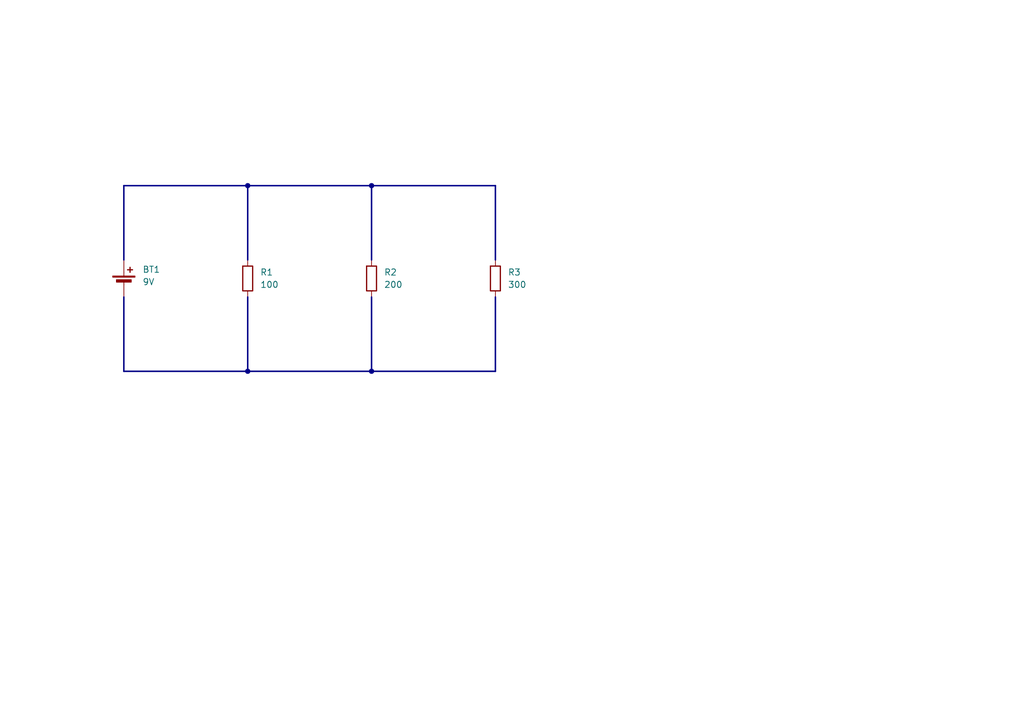
<source format=kicad_sch>
(kicad_sch (version 20250114) (generator "eeschema") (generator_version "9.0")
  (paper "A5")
  (lib_symbols
    (symbol "Device:Battery_Cell" (pin_numbers (hide yes)) (pin_names (offset 0) (hide yes))
      (property "Reference" "BT" (at 2.54 2.54 0))
      (property "Value" "Battery_Cell" (at 2.54 0 0))
      (symbol "Battery_Cell_0_1"
        (rectangle (start -2.286 1.778) (end 2.286 1.524) (fill (type outline)))
        (rectangle (start -1.524 1.016) (end 1.524 0.508) (fill (type outline)))
        (polyline (pts (xy 0 1.778) (xy 0 2.54)))
        (polyline (pts (xy 0 0.762) (xy 0 0)))
        (polyline (pts (xy 0.762 3.048) (xy 1.778 3.048)) (stroke (width 0.254)))
        (polyline (pts (xy 1.27 3.556) (xy 1.27 2.54)) (stroke (width 0.254)))
      )
      (symbol "Battery_Cell_1_1"
        (pin passive line (at 0 5.08 270) (length 2.54) (name "+") (number "1"))
        (pin passive line (at 0 -2.54 90) (length 2.54) (name "-") (number "2"))
      )
    )
    (symbol "Device:R" (pin_numbers (hide yes)) (pin_names (offset 0))
      (property "Reference" "R" (at 2.032 0 90))
      (property "Value" "R" (at 0 0 90))
      (symbol "R_0_1"
        (rectangle (start -1.016 -2.54) (end 1.016 2.54) (stroke (width 0.254)))
      )
      (symbol "R_1_1"
        (pin passive line (at 0 3.81 270) (length 1.27) (name "~") (number "1"))
        (pin passive line (at 0 -3.81 90) (length 1.27) (name "~") (number "2"))
      )
    )
  )
  (junction (at 76.2 38.1))
  (junction (at 76.2 76.2))
  (junction (at 50.8 38.1))
  (junction (at 50.8 76.2))
  (bus (pts (xy 101.6 38.1) (xy 101.6 53.34)))
  (bus (pts (xy 50.8 38.1) (xy 50.8 53.34)))
  (bus (pts (xy 25.4 60.96) (xy 25.4 76.2)))
  (bus (pts (xy 76.2 38.1) (xy 101.6 38.1)))
  (bus (pts (xy 25.4 53.34) (xy 25.4 38.1)))
  (bus (pts (xy 50.8 76.2) (xy 25.4 76.2)))
  (bus (pts (xy 76.2 76.2) (xy 101.6 76.2)))
  (bus (pts (xy 76.2 38.1) (xy 76.2 53.34)))
  (bus (pts (xy 76.2 60.96) (xy 76.2 76.2)))
  (bus (pts (xy 50.8 76.2) (xy 76.2 76.2)))
  (bus (pts (xy 50.8 60.96) (xy 50.8 76.2)))
  (bus (pts (xy 50.8 38.1) (xy 76.2 38.1)))
  (bus (pts (xy 101.6 60.96) (xy 101.6 76.2)))
  (bus (pts (xy 25.4 38.1) (xy 50.8 38.1)))
  (symbol (lib_id "Device:R") (at 50.8 57.15 0) (unit 1)
    (property "Reference" "R1" (at 53.34 55.8799 0) (effects (justify left)))
    (property "Value" "100" (at 53.34 58.4199 0) (effects (justify left)))
    (property "Description" "Resistor" (effects (hide yes)))
  )
  (symbol (lib_id "Device:Battery_Cell") (at 25.4 58.42 0) (unit 1)
    (property "Reference" "BT1" (at 29.21 55.3084 0) (effects (justify left)))
    (property "Value" "9V" (at 29.21 57.8484 0) (effects (justify left)))
    (property "Description" "Single-cell battery" (effects (hide yes)))
  )
  (symbol (lib_id "Device:R") (at 101.6 57.15 0) (unit 1)
    (property "Reference" "R3" (at 104.14 55.8799 0) (effects (justify left)))
    (property "Value" "300" (at 104.14 58.4199 0) (effects (justify left)))
    (property "Description" "Resistor" (effects (hide yes)))
  )
  (symbol (lib_id "Device:R") (at 76.2 57.15 0) (unit 1)
    (property "Reference" "R2" (at 78.74 55.8799 0) (effects (justify left)))
    (property "Value" "200" (at 78.74 58.4199 0) (effects (justify left)))
    (property "Description" "Resistor" (effects (hide yes)))
  )
)
</source>
